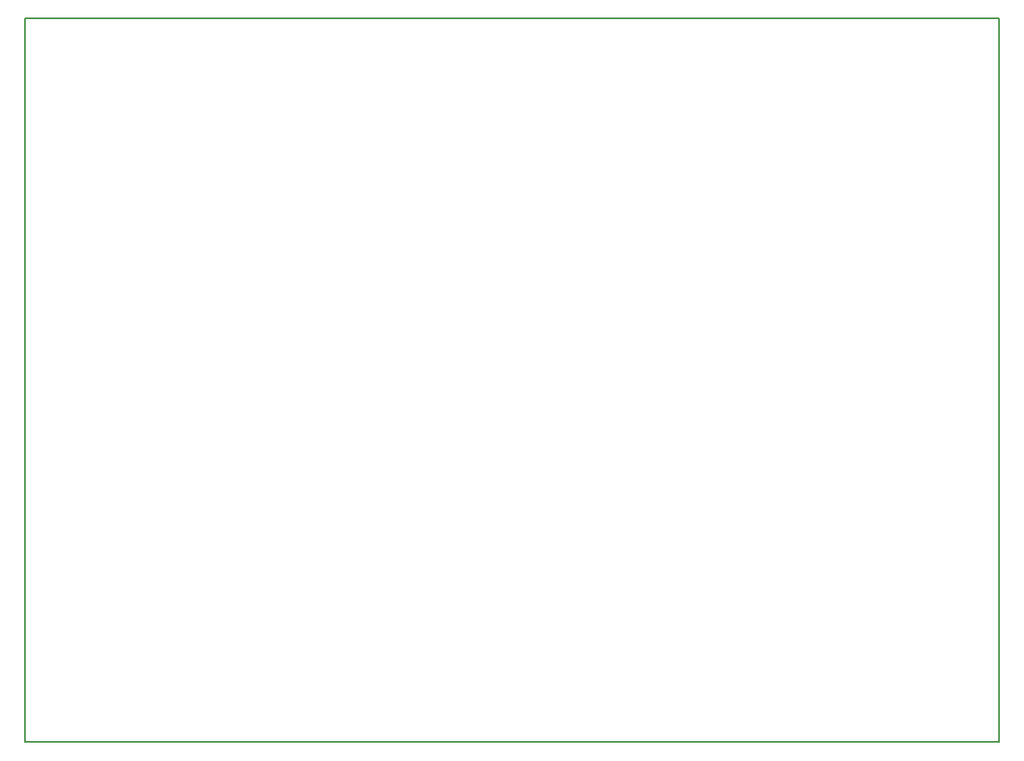
<source format=gm1>
G04 #@! TF.FileFunction,Profile,NP*
%FSLAX46Y46*%
G04 Gerber Fmt 4.6, Leading zero omitted, Abs format (unit mm)*
G04 Created by KiCad (PCBNEW 4.0.6) date 06/02/17 16:23:04*
%MOMM*%
%LPD*%
G01*
G04 APERTURE LIST*
%ADD10C,0.100000*%
%ADD11C,0.150000*%
G04 APERTURE END LIST*
D10*
D11*
X184150000Y-123190000D02*
X184150000Y-49530000D01*
X85090000Y-49530000D02*
X85090000Y-123190000D01*
X184150000Y-49530000D02*
X85090000Y-49530000D01*
X85090000Y-123190000D02*
X184150000Y-123190000D01*
M02*

</source>
